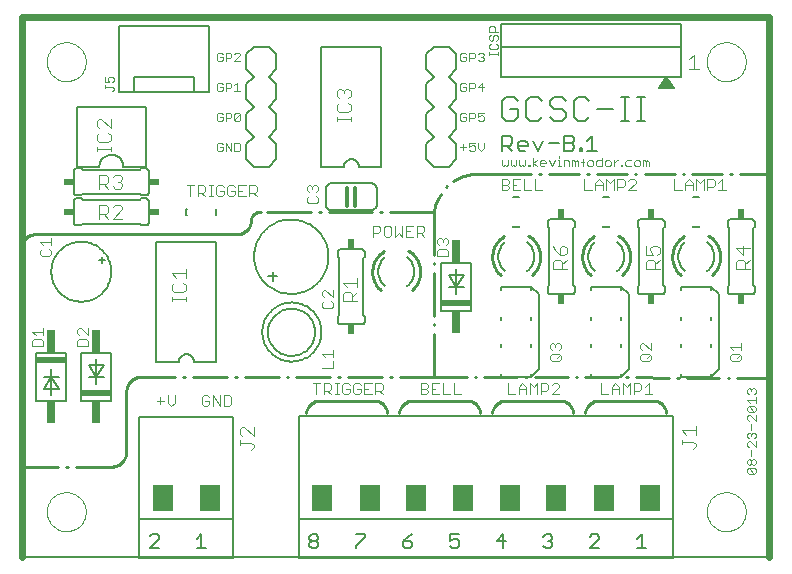
<source format=gto>
G75*
%MOIN*%
%OFA0B0*%
%FSLAX24Y24*%
%IPPOS*%
%LPD*%
%AMOC8*
5,1,8,0,0,1.08239X$1,22.5*
%
%ADD10C,0.0080*%
%ADD11C,0.0240*%
%ADD12C,0.0070*%
%ADD13C,0.0030*%
%ADD14C,0.0060*%
%ADD15C,0.0100*%
%ADD16C,0.0050*%
%ADD17C,0.0000*%
%ADD18C,0.0120*%
%ADD19R,0.0240X0.0340*%
%ADD20C,0.0040*%
%ADD21R,0.0340X0.0240*%
%ADD22R,0.1000X0.0200*%
%ADD23R,0.0300X0.0750*%
%ADD24R,0.0670X0.0900*%
D10*
X006373Y004935D02*
X031293Y004935D01*
X031293Y010895D01*
X031293Y017695D01*
X031293Y022935D01*
X006373Y022935D01*
X006373Y015435D01*
X006373Y007935D01*
X006373Y004935D01*
X031273Y004935D01*
X020583Y017935D02*
X020083Y017935D01*
X019833Y018185D01*
X019833Y018685D01*
X020083Y018935D01*
X019833Y019185D01*
X019833Y019685D01*
X020083Y019935D01*
X019833Y020185D01*
X019833Y020685D01*
X020083Y020935D01*
X019833Y021185D01*
X019833Y021685D01*
X020083Y021935D01*
X020583Y021935D01*
X020833Y021685D01*
X020833Y021185D01*
X020583Y020935D01*
X020833Y020685D01*
X020833Y020185D01*
X020583Y019935D01*
X020833Y019685D01*
X020833Y019185D01*
X020583Y018935D01*
X020833Y018685D01*
X020833Y018185D01*
X020583Y017935D01*
X014833Y018185D02*
X014833Y018685D01*
X014583Y018935D01*
X014833Y019185D01*
X014833Y019685D01*
X014583Y019935D01*
X014833Y020185D01*
X014833Y020685D01*
X014583Y020935D01*
X014833Y021185D01*
X014833Y021685D01*
X014583Y021935D01*
X014083Y021935D01*
X013833Y021685D01*
X013833Y021185D01*
X014083Y020935D01*
X013833Y020685D01*
X013833Y020185D01*
X014083Y019935D01*
X013833Y019685D01*
X013833Y019185D01*
X014083Y018935D01*
X013833Y018685D01*
X013833Y018185D01*
X014083Y017935D01*
X014583Y017935D01*
X014833Y018185D01*
D11*
X006373Y022931D02*
X006373Y004935D01*
X006373Y022931D02*
X031273Y022931D01*
X031273Y004935D01*
D12*
X027119Y019470D02*
X026855Y019470D01*
X026987Y019470D02*
X026987Y020261D01*
X026855Y020261D02*
X027119Y020261D01*
X026591Y020261D02*
X026327Y020261D01*
X026459Y020261D02*
X026459Y019470D01*
X026327Y019470D02*
X026591Y019470D01*
X026063Y019865D02*
X025535Y019865D01*
X025271Y019602D02*
X025139Y019470D01*
X024875Y019470D01*
X024744Y019602D01*
X024744Y020129D01*
X024875Y020261D01*
X025139Y020261D01*
X025271Y020129D01*
X024479Y020129D02*
X024347Y020261D01*
X024083Y020261D01*
X023952Y020129D01*
X023952Y019997D01*
X024083Y019865D01*
X024347Y019865D01*
X024479Y019734D01*
X024479Y019602D01*
X024347Y019470D01*
X024083Y019470D01*
X023952Y019602D01*
X023687Y019602D02*
X023555Y019470D01*
X023292Y019470D01*
X023160Y019602D01*
X023160Y020129D01*
X023292Y020261D01*
X023555Y020261D01*
X023687Y020129D01*
X022895Y020129D02*
X022763Y020261D01*
X022500Y020261D01*
X022368Y020129D01*
X022368Y019602D01*
X022500Y019470D01*
X022763Y019470D01*
X022895Y019602D01*
X022895Y019865D01*
X022631Y019865D01*
D13*
X021756Y019740D02*
X021562Y019740D01*
X021562Y019595D01*
X021659Y019643D01*
X021707Y019643D01*
X021756Y019595D01*
X021756Y019498D01*
X021707Y019450D01*
X021611Y019450D01*
X021562Y019498D01*
X021461Y019595D02*
X021413Y019547D01*
X021268Y019547D01*
X021268Y019450D02*
X021268Y019740D01*
X021413Y019740D01*
X021461Y019692D01*
X021461Y019595D01*
X021166Y019595D02*
X021166Y019498D01*
X021118Y019450D01*
X021021Y019450D01*
X020973Y019498D01*
X020973Y019692D01*
X021021Y019740D01*
X021118Y019740D01*
X021166Y019692D01*
X021166Y019595D02*
X021070Y019595D01*
X021118Y020450D02*
X021166Y020498D01*
X021166Y020595D01*
X021070Y020595D01*
X021166Y020692D02*
X021118Y020740D01*
X021021Y020740D01*
X020973Y020692D01*
X020973Y020498D01*
X021021Y020450D01*
X021118Y020450D01*
X021268Y020450D02*
X021268Y020740D01*
X021413Y020740D01*
X021461Y020692D01*
X021461Y020595D01*
X021413Y020547D01*
X021268Y020547D01*
X021562Y020595D02*
X021756Y020595D01*
X021707Y020450D02*
X021707Y020740D01*
X021562Y020595D01*
X021611Y021450D02*
X021562Y021498D01*
X021611Y021450D02*
X021707Y021450D01*
X021756Y021498D01*
X021756Y021547D01*
X021707Y021595D01*
X021659Y021595D01*
X021707Y021595D02*
X021756Y021643D01*
X021756Y021692D01*
X021707Y021740D01*
X021611Y021740D01*
X021562Y021692D01*
X021461Y021692D02*
X021461Y021595D01*
X021413Y021547D01*
X021268Y021547D01*
X021268Y021450D02*
X021268Y021740D01*
X021413Y021740D01*
X021461Y021692D01*
X021166Y021692D02*
X021118Y021740D01*
X021021Y021740D01*
X020973Y021692D01*
X020973Y021498D01*
X021021Y021450D01*
X021118Y021450D01*
X021166Y021498D01*
X021166Y021595D01*
X021070Y021595D01*
X021928Y021650D02*
X021928Y021747D01*
X021928Y021698D02*
X022218Y021698D01*
X022218Y021650D02*
X022218Y021747D01*
X022170Y021846D02*
X022218Y021895D01*
X022218Y021992D01*
X022170Y022040D01*
X022170Y022141D02*
X022218Y022189D01*
X022218Y022286D01*
X022170Y022335D01*
X022121Y022335D01*
X022073Y022286D01*
X022073Y022189D01*
X022024Y022141D01*
X021976Y022141D01*
X021928Y022189D01*
X021928Y022286D01*
X021976Y022335D01*
X021928Y022436D02*
X021928Y022581D01*
X021976Y022629D01*
X022073Y022629D01*
X022121Y022581D01*
X022121Y022436D01*
X022218Y022436D02*
X021928Y022436D01*
X021976Y022040D02*
X021928Y021992D01*
X021928Y021895D01*
X021976Y021846D01*
X022170Y021846D01*
X021756Y018740D02*
X021756Y018547D01*
X021659Y018450D01*
X021562Y018547D01*
X021562Y018740D01*
X021461Y018740D02*
X021268Y018740D01*
X021268Y018595D01*
X021364Y018643D01*
X021413Y018643D01*
X021461Y018595D01*
X021461Y018498D01*
X021413Y018450D01*
X021316Y018450D01*
X021268Y018498D01*
X021166Y018595D02*
X020973Y018595D01*
X021070Y018692D02*
X021070Y018498D01*
X022348Y018143D02*
X022348Y017998D01*
X022396Y017950D01*
X022445Y017998D01*
X022493Y017950D01*
X022541Y017998D01*
X022541Y018143D01*
X022643Y018143D02*
X022643Y017998D01*
X022691Y017950D01*
X022739Y017998D01*
X022788Y017950D01*
X022836Y017998D01*
X022836Y018143D01*
X022937Y018143D02*
X022937Y017998D01*
X022986Y017950D01*
X023034Y017998D01*
X023082Y017950D01*
X023131Y017998D01*
X023131Y018143D01*
X023232Y017998D02*
X023280Y017998D01*
X023280Y017950D01*
X023232Y017950D01*
X023232Y017998D01*
X023379Y017950D02*
X023379Y018240D01*
X023524Y018143D02*
X023379Y018047D01*
X023524Y017950D01*
X023625Y017998D02*
X023625Y018095D01*
X023673Y018143D01*
X023770Y018143D01*
X023818Y018095D01*
X023818Y018047D01*
X023625Y018047D01*
X023625Y017998D02*
X023673Y017950D01*
X023770Y017950D01*
X023919Y018143D02*
X024016Y017950D01*
X024113Y018143D01*
X024214Y018143D02*
X024262Y018143D01*
X024262Y017950D01*
X024214Y017950D02*
X024311Y017950D01*
X024411Y017950D02*
X024411Y018143D01*
X024556Y018143D01*
X024604Y018095D01*
X024604Y017950D01*
X024705Y017950D02*
X024705Y018143D01*
X024754Y018143D01*
X024802Y018095D01*
X024850Y018143D01*
X024899Y018095D01*
X024899Y017950D01*
X024802Y017950D02*
X024802Y018095D01*
X025000Y018095D02*
X025097Y018095D01*
X025196Y018095D02*
X025196Y017998D01*
X025245Y017950D01*
X025341Y017950D01*
X025390Y017998D01*
X025390Y018095D01*
X025341Y018143D01*
X025245Y018143D01*
X025196Y018095D01*
X025097Y018240D02*
X025048Y018192D01*
X025048Y017950D01*
X025098Y017520D02*
X025098Y017150D01*
X025345Y017150D01*
X025466Y017150D02*
X025466Y017397D01*
X025590Y017520D01*
X025713Y017397D01*
X025713Y017150D01*
X025835Y017150D02*
X025835Y017520D01*
X025958Y017397D01*
X026081Y017520D01*
X026081Y017150D01*
X026203Y017150D02*
X026203Y017520D01*
X026388Y017520D01*
X026450Y017459D01*
X026450Y017335D01*
X026388Y017273D01*
X026203Y017273D01*
X026571Y017150D02*
X026818Y017397D01*
X026818Y017459D01*
X026756Y017520D01*
X026633Y017520D01*
X026571Y017459D01*
X026571Y017150D02*
X026818Y017150D01*
X026816Y017950D02*
X026768Y017998D01*
X026768Y018095D01*
X026816Y018143D01*
X026913Y018143D01*
X026961Y018095D01*
X026961Y017998D01*
X026913Y017950D01*
X026816Y017950D01*
X026667Y017950D02*
X026521Y017950D01*
X026473Y017998D01*
X026473Y018095D01*
X026521Y018143D01*
X026667Y018143D01*
X026374Y017998D02*
X026374Y017950D01*
X026326Y017950D01*
X026326Y017998D01*
X026374Y017998D01*
X026225Y018143D02*
X026177Y018143D01*
X026080Y018047D01*
X026080Y018143D02*
X026080Y017950D01*
X025979Y017998D02*
X025931Y017950D01*
X025834Y017950D01*
X025786Y017998D01*
X025786Y018095D01*
X025834Y018143D01*
X025931Y018143D01*
X025979Y018095D01*
X025979Y017998D01*
X025684Y017950D02*
X025539Y017950D01*
X025491Y017998D01*
X025491Y018095D01*
X025539Y018143D01*
X025684Y018143D01*
X025684Y018240D02*
X025684Y017950D01*
X025713Y017335D02*
X025466Y017335D01*
X024262Y018240D02*
X024262Y018289D01*
X023453Y017520D02*
X023453Y017150D01*
X023700Y017150D01*
X023331Y017150D02*
X023085Y017150D01*
X023085Y017520D01*
X022963Y017520D02*
X022716Y017520D01*
X022716Y017150D01*
X022963Y017150D01*
X022840Y017335D02*
X022716Y017335D01*
X022595Y017273D02*
X022595Y017212D01*
X022533Y017150D01*
X022348Y017150D01*
X022348Y017520D01*
X022533Y017520D01*
X022595Y017459D01*
X022595Y017397D01*
X022533Y017335D01*
X022348Y017335D01*
X022533Y017335D02*
X022595Y017273D01*
X020568Y015503D02*
X020568Y015380D01*
X020506Y015318D01*
X020506Y015197D02*
X020259Y015197D01*
X020198Y015135D01*
X020198Y014950D01*
X020568Y014950D01*
X020568Y015135D01*
X020506Y015197D01*
X020383Y015442D02*
X020383Y015503D01*
X020445Y015565D01*
X020506Y015565D01*
X020568Y015503D01*
X020383Y015503D02*
X020321Y015565D01*
X020259Y015565D01*
X020198Y015503D01*
X020198Y015380D01*
X020259Y015318D01*
X019768Y015600D02*
X019645Y015723D01*
X019706Y015723D02*
X019521Y015723D01*
X019521Y015600D02*
X019521Y015970D01*
X019706Y015970D01*
X019768Y015909D01*
X019768Y015785D01*
X019706Y015723D01*
X019400Y015600D02*
X019153Y015600D01*
X019153Y015970D01*
X019400Y015970D01*
X019276Y015785D02*
X019153Y015785D01*
X019031Y015600D02*
X019031Y015970D01*
X018785Y015970D02*
X018785Y015600D01*
X018908Y015723D01*
X019031Y015600D01*
X018663Y015662D02*
X018663Y015909D01*
X018601Y015970D01*
X018478Y015970D01*
X018416Y015909D01*
X018416Y015662D01*
X018478Y015600D01*
X018601Y015600D01*
X018663Y015662D01*
X018295Y015785D02*
X018233Y015723D01*
X018048Y015723D01*
X018048Y015600D02*
X018048Y015970D01*
X018233Y015970D01*
X018295Y015909D01*
X018295Y015785D01*
X016218Y016775D02*
X016156Y016713D01*
X015909Y016713D01*
X015848Y016775D01*
X015848Y016899D01*
X015909Y016960D01*
X015909Y017082D02*
X015848Y017143D01*
X015848Y017267D01*
X015909Y017329D01*
X015971Y017329D01*
X016033Y017267D01*
X016095Y017329D01*
X016156Y017329D01*
X016218Y017267D01*
X016218Y017143D01*
X016156Y017082D01*
X016156Y016960D02*
X016218Y016899D01*
X016218Y016775D01*
X016033Y017205D02*
X016033Y017267D01*
X014182Y017259D02*
X014182Y017135D01*
X014120Y017073D01*
X013935Y017073D01*
X013935Y016950D02*
X013935Y017320D01*
X014120Y017320D01*
X014182Y017259D01*
X014058Y017073D02*
X014182Y016950D01*
X013814Y016950D02*
X013567Y016950D01*
X013567Y017320D01*
X013814Y017320D01*
X013690Y017135D02*
X013567Y017135D01*
X013445Y017135D02*
X013322Y017135D01*
X013445Y017135D02*
X013445Y017012D01*
X013384Y016950D01*
X013260Y016950D01*
X013198Y017012D01*
X013198Y017259D01*
X013260Y017320D01*
X013384Y017320D01*
X013445Y017259D01*
X013077Y017259D02*
X013015Y017320D01*
X012892Y017320D01*
X012830Y017259D01*
X012830Y017012D01*
X012892Y016950D01*
X013015Y016950D01*
X013077Y017012D01*
X013077Y017135D01*
X012954Y017135D01*
X012708Y016950D02*
X012585Y016950D01*
X012646Y016950D02*
X012646Y017320D01*
X012585Y017320D02*
X012708Y017320D01*
X012463Y017259D02*
X012463Y017135D01*
X012401Y017073D01*
X012216Y017073D01*
X012216Y016950D02*
X012216Y017320D01*
X012401Y017320D01*
X012463Y017259D01*
X012340Y017073D02*
X012463Y016950D01*
X012095Y017320D02*
X011848Y017320D01*
X011971Y017320D02*
X011971Y016950D01*
X012896Y018450D02*
X012993Y018450D01*
X013041Y018498D01*
X013041Y018595D01*
X012945Y018595D01*
X013041Y018692D02*
X012993Y018740D01*
X012896Y018740D01*
X012848Y018692D01*
X012848Y018498D01*
X012896Y018450D01*
X013143Y018450D02*
X013143Y018740D01*
X013336Y018450D01*
X013336Y018740D01*
X013437Y018740D02*
X013582Y018740D01*
X013631Y018692D01*
X013631Y018498D01*
X013582Y018450D01*
X013437Y018450D01*
X013437Y018740D01*
X013486Y019450D02*
X013437Y019498D01*
X013631Y019692D01*
X013631Y019498D01*
X013582Y019450D01*
X013486Y019450D01*
X013437Y019498D02*
X013437Y019692D01*
X013486Y019740D01*
X013582Y019740D01*
X013631Y019692D01*
X013336Y019692D02*
X013336Y019595D01*
X013288Y019547D01*
X013143Y019547D01*
X013143Y019450D02*
X013143Y019740D01*
X013288Y019740D01*
X013336Y019692D01*
X013041Y019692D02*
X012993Y019740D01*
X012896Y019740D01*
X012848Y019692D01*
X012848Y019498D01*
X012896Y019450D01*
X012993Y019450D01*
X013041Y019498D01*
X013041Y019595D01*
X012945Y019595D01*
X012896Y020450D02*
X012993Y020450D01*
X013041Y020498D01*
X013041Y020595D01*
X012945Y020595D01*
X013041Y020692D02*
X012993Y020740D01*
X012896Y020740D01*
X012848Y020692D01*
X012848Y020498D01*
X012896Y020450D01*
X013143Y020450D02*
X013143Y020740D01*
X013288Y020740D01*
X013336Y020692D01*
X013336Y020595D01*
X013288Y020547D01*
X013143Y020547D01*
X013437Y020643D02*
X013534Y020740D01*
X013534Y020450D01*
X013437Y020450D02*
X013631Y020450D01*
X013631Y021450D02*
X013437Y021450D01*
X013631Y021643D01*
X013631Y021692D01*
X013582Y021740D01*
X013486Y021740D01*
X013437Y021692D01*
X013336Y021692D02*
X013336Y021595D01*
X013288Y021547D01*
X013143Y021547D01*
X013143Y021450D02*
X013143Y021740D01*
X013288Y021740D01*
X013336Y021692D01*
X013041Y021692D02*
X012993Y021740D01*
X012896Y021740D01*
X012848Y021692D01*
X012848Y021498D01*
X012896Y021450D01*
X012993Y021450D01*
X013041Y021498D01*
X013041Y021595D01*
X012945Y021595D01*
X009418Y020890D02*
X009418Y020793D01*
X009370Y020745D01*
X009273Y020745D02*
X009224Y020841D01*
X009224Y020890D01*
X009273Y020938D01*
X009370Y020938D01*
X009418Y020890D01*
X009273Y020745D02*
X009128Y020745D01*
X009128Y020938D01*
X009128Y020643D02*
X009128Y020547D01*
X009128Y020595D02*
X009370Y020595D01*
X009418Y020547D01*
X009418Y020498D01*
X009370Y020450D01*
X007318Y015565D02*
X007318Y015318D01*
X007318Y015442D02*
X006948Y015442D01*
X007071Y015318D01*
X007009Y015197D02*
X006948Y015135D01*
X006948Y015012D01*
X007009Y014950D01*
X007256Y014950D01*
X007318Y015012D01*
X007318Y015135D01*
X007256Y015197D01*
X007068Y012565D02*
X007068Y012318D01*
X007068Y012442D02*
X006698Y012442D01*
X006821Y012318D01*
X006759Y012197D02*
X006698Y012135D01*
X006698Y011950D01*
X007068Y011950D01*
X007068Y012135D01*
X007006Y012197D01*
X006759Y012197D01*
X008198Y012135D02*
X008198Y011950D01*
X008568Y011950D01*
X008568Y012135D01*
X008506Y012197D01*
X008259Y012197D01*
X008198Y012135D01*
X008259Y012318D02*
X008198Y012380D01*
X008198Y012503D01*
X008259Y012565D01*
X008321Y012565D01*
X008568Y012318D01*
X008568Y012565D01*
X010971Y010259D02*
X010971Y010012D01*
X010848Y010135D02*
X011095Y010135D01*
X011216Y010073D02*
X011340Y009950D01*
X011463Y010073D01*
X011463Y010320D01*
X011216Y010320D02*
X011216Y010073D01*
X012348Y010012D02*
X012410Y009950D01*
X012533Y009950D01*
X012595Y010012D01*
X012595Y010135D01*
X012471Y010135D01*
X012348Y010012D02*
X012348Y010259D01*
X012410Y010320D01*
X012533Y010320D01*
X012595Y010259D01*
X012716Y010320D02*
X012716Y009950D01*
X012963Y009950D02*
X012716Y010320D01*
X012963Y010320D02*
X012963Y009950D01*
X013085Y009950D02*
X013270Y009950D01*
X013331Y010012D01*
X013331Y010259D01*
X013270Y010320D01*
X013085Y010320D01*
X013085Y009950D01*
X016048Y010720D02*
X016295Y010720D01*
X016416Y010720D02*
X016416Y010350D01*
X016416Y010473D02*
X016601Y010473D01*
X016663Y010535D01*
X016663Y010659D01*
X016601Y010720D01*
X016416Y010720D01*
X016171Y010720D02*
X016171Y010350D01*
X016540Y010473D02*
X016663Y010350D01*
X016785Y010350D02*
X016908Y010350D01*
X016846Y010350D02*
X016846Y010720D01*
X016785Y010720D02*
X016908Y010720D01*
X017030Y010659D02*
X017030Y010412D01*
X017092Y010350D01*
X017215Y010350D01*
X017277Y010412D01*
X017277Y010535D01*
X017154Y010535D01*
X017277Y010659D02*
X017215Y010720D01*
X017092Y010720D01*
X017030Y010659D01*
X017398Y010659D02*
X017398Y010412D01*
X017460Y010350D01*
X017584Y010350D01*
X017645Y010412D01*
X017645Y010535D01*
X017522Y010535D01*
X017645Y010659D02*
X017584Y010720D01*
X017460Y010720D01*
X017398Y010659D01*
X017767Y010720D02*
X017767Y010350D01*
X018014Y010350D01*
X018135Y010350D02*
X018135Y010720D01*
X018320Y010720D01*
X018382Y010659D01*
X018382Y010535D01*
X018320Y010473D01*
X018135Y010473D01*
X018258Y010473D02*
X018382Y010350D01*
X018014Y010720D02*
X017767Y010720D01*
X017767Y010535D02*
X017890Y010535D01*
X016718Y011213D02*
X016718Y011460D01*
X016718Y011582D02*
X016718Y011829D01*
X016718Y011705D02*
X016348Y011705D01*
X016471Y011582D01*
X016348Y011213D02*
X016718Y011213D01*
X016656Y013213D02*
X016718Y013275D01*
X016718Y013399D01*
X016656Y013460D01*
X016718Y013582D02*
X016471Y013829D01*
X016409Y013829D01*
X016348Y013767D01*
X016348Y013643D01*
X016409Y013582D01*
X016409Y013460D02*
X016348Y013399D01*
X016348Y013275D01*
X016409Y013213D01*
X016656Y013213D01*
X016718Y013582D02*
X016718Y013829D01*
X019648Y010720D02*
X019833Y010720D01*
X019895Y010659D01*
X019895Y010597D01*
X019833Y010535D01*
X019648Y010535D01*
X019648Y010350D02*
X019648Y010720D01*
X019833Y010535D02*
X019895Y010473D01*
X019895Y010412D01*
X019833Y010350D01*
X019648Y010350D01*
X020016Y010350D02*
X020016Y010720D01*
X020263Y010720D01*
X020385Y010720D02*
X020385Y010350D01*
X020631Y010350D01*
X020753Y010350D02*
X021000Y010350D01*
X020753Y010350D02*
X020753Y010720D01*
X020263Y010350D02*
X020016Y010350D01*
X020016Y010535D02*
X020140Y010535D01*
X022548Y010350D02*
X022795Y010350D01*
X022916Y010350D02*
X022916Y010597D01*
X023040Y010720D01*
X023163Y010597D01*
X023163Y010350D01*
X023285Y010350D02*
X023285Y010720D01*
X023408Y010597D01*
X023531Y010720D01*
X023531Y010350D01*
X023653Y010350D02*
X023653Y010720D01*
X023838Y010720D01*
X023900Y010659D01*
X023900Y010535D01*
X023838Y010473D01*
X023653Y010473D01*
X023163Y010535D02*
X022916Y010535D01*
X022548Y010720D02*
X022548Y010350D01*
X023948Y011512D02*
X023948Y011635D01*
X024009Y011697D01*
X024256Y011697D01*
X024318Y011635D01*
X024318Y011512D01*
X024256Y011450D01*
X024009Y011450D01*
X023948Y011512D01*
X024195Y011573D02*
X024318Y011697D01*
X024256Y011818D02*
X024318Y011880D01*
X024318Y012003D01*
X024256Y012065D01*
X024195Y012065D01*
X024133Y012003D01*
X024133Y011942D01*
X024133Y012003D02*
X024071Y012065D01*
X024009Y012065D01*
X023948Y012003D01*
X023948Y011880D01*
X024009Y011818D01*
X024083Y010720D02*
X024021Y010659D01*
X024083Y010720D02*
X024206Y010720D01*
X024268Y010659D01*
X024268Y010597D01*
X024021Y010350D01*
X024268Y010350D01*
X025648Y010350D02*
X025895Y010350D01*
X026016Y010350D02*
X026016Y010597D01*
X026140Y010720D01*
X026263Y010597D01*
X026263Y010350D01*
X026385Y010350D02*
X026385Y010720D01*
X026508Y010597D01*
X026631Y010720D01*
X026631Y010350D01*
X026753Y010350D02*
X026753Y010720D01*
X026938Y010720D01*
X027000Y010659D01*
X027000Y010535D01*
X026938Y010473D01*
X026753Y010473D01*
X027121Y010350D02*
X027368Y010350D01*
X027245Y010350D02*
X027245Y010720D01*
X027121Y010597D01*
X026263Y010535D02*
X026016Y010535D01*
X025648Y010720D02*
X025648Y010350D01*
X026948Y011512D02*
X026948Y011635D01*
X027009Y011697D01*
X027256Y011697D01*
X027318Y011635D01*
X027318Y011512D01*
X027256Y011450D01*
X027009Y011450D01*
X026948Y011512D01*
X027195Y011573D02*
X027318Y011697D01*
X027318Y011818D02*
X027071Y012065D01*
X027009Y012065D01*
X026948Y012003D01*
X026948Y011880D01*
X027009Y011818D01*
X027318Y011818D02*
X027318Y012065D01*
X029948Y011942D02*
X030318Y011942D01*
X030318Y012065D02*
X030318Y011818D01*
X030318Y011697D02*
X030195Y011573D01*
X030318Y011512D02*
X030256Y011450D01*
X030009Y011450D01*
X029948Y011512D01*
X029948Y011635D01*
X030009Y011697D01*
X030256Y011697D01*
X030318Y011635D01*
X030318Y011512D01*
X030071Y011818D02*
X029948Y011942D01*
X030576Y010545D02*
X030624Y010545D01*
X030673Y010497D01*
X030721Y010545D01*
X030770Y010545D01*
X030818Y010497D01*
X030818Y010400D01*
X030770Y010352D01*
X030818Y010251D02*
X030818Y010057D01*
X030818Y010154D02*
X030528Y010154D01*
X030624Y010057D01*
X030576Y009956D02*
X030770Y009956D01*
X030818Y009908D01*
X030818Y009811D01*
X030770Y009763D01*
X030576Y009956D01*
X030528Y009908D01*
X030528Y009811D01*
X030576Y009763D01*
X030770Y009763D01*
X030818Y009661D02*
X030818Y009468D01*
X030624Y009661D01*
X030576Y009661D01*
X030528Y009613D01*
X030528Y009516D01*
X030576Y009468D01*
X030673Y009367D02*
X030673Y009173D01*
X030721Y009072D02*
X030770Y009072D01*
X030818Y009024D01*
X030818Y008927D01*
X030770Y008879D01*
X030818Y008777D02*
X030818Y008584D01*
X030624Y008777D01*
X030576Y008777D01*
X030528Y008729D01*
X030528Y008632D01*
X030576Y008584D01*
X030673Y008483D02*
X030673Y008289D01*
X030721Y008188D02*
X030770Y008188D01*
X030818Y008140D01*
X030818Y008043D01*
X030770Y007995D01*
X030721Y007995D01*
X030673Y008043D01*
X030673Y008140D01*
X030721Y008188D01*
X030673Y008140D02*
X030624Y008188D01*
X030576Y008188D01*
X030528Y008140D01*
X030528Y008043D01*
X030576Y007995D01*
X030624Y007995D01*
X030673Y008043D01*
X030770Y007893D02*
X030818Y007845D01*
X030818Y007748D01*
X030770Y007700D01*
X030576Y007893D01*
X030770Y007893D01*
X030770Y007700D02*
X030576Y007700D01*
X030528Y007748D01*
X030528Y007845D01*
X030576Y007893D01*
X030576Y008879D02*
X030528Y008927D01*
X030528Y009024D01*
X030576Y009072D01*
X030624Y009072D01*
X030673Y009024D01*
X030721Y009072D01*
X030673Y009024D02*
X030673Y008975D01*
X030576Y010352D02*
X030528Y010400D01*
X030528Y010497D01*
X030576Y010545D01*
X030673Y010497D02*
X030673Y010449D01*
X029818Y017150D02*
X029571Y017150D01*
X029695Y017150D02*
X029695Y017520D01*
X029571Y017397D01*
X029450Y017459D02*
X029450Y017335D01*
X029388Y017273D01*
X029203Y017273D01*
X029203Y017150D02*
X029203Y017520D01*
X029388Y017520D01*
X029450Y017459D01*
X029081Y017520D02*
X029081Y017150D01*
X028835Y017150D02*
X028835Y017520D01*
X028958Y017397D01*
X029081Y017520D01*
X028713Y017397D02*
X028713Y017150D01*
X028713Y017335D02*
X028466Y017335D01*
X028466Y017397D02*
X028466Y017150D01*
X028345Y017150D02*
X028098Y017150D01*
X028098Y017520D01*
X028466Y017397D02*
X028590Y017520D01*
X028713Y017397D01*
X027256Y017950D02*
X027256Y018095D01*
X027207Y018143D01*
X027159Y018095D01*
X027159Y017950D01*
X027062Y017950D02*
X027062Y018143D01*
X027111Y018143D01*
X027159Y018095D01*
D14*
X025933Y016935D02*
X025933Y016910D01*
X025933Y016935D02*
X025733Y016935D01*
X025733Y016910D01*
X025733Y015960D02*
X025733Y015935D01*
X025933Y015935D01*
X025933Y015960D01*
X026883Y015935D02*
X026933Y015885D01*
X026933Y013985D01*
X026883Y013935D01*
X026883Y013785D01*
X026885Y013768D01*
X026889Y013751D01*
X026896Y013735D01*
X026906Y013721D01*
X026919Y013708D01*
X026933Y013698D01*
X026949Y013691D01*
X026966Y013687D01*
X026983Y013685D01*
X027683Y013685D01*
X027700Y013687D01*
X027717Y013691D01*
X027733Y013698D01*
X027747Y013708D01*
X027760Y013721D01*
X027770Y013735D01*
X027777Y013751D01*
X027781Y013768D01*
X027783Y013785D01*
X027783Y013935D01*
X027733Y013985D01*
X027733Y015885D01*
X027783Y015935D01*
X027783Y016085D01*
X027781Y016102D01*
X027777Y016119D01*
X027770Y016135D01*
X027760Y016149D01*
X027747Y016162D01*
X027733Y016172D01*
X027717Y016179D01*
X027700Y016183D01*
X027683Y016185D01*
X026983Y016185D01*
X026966Y016183D01*
X026949Y016179D01*
X026933Y016172D01*
X026919Y016162D01*
X026906Y016149D01*
X026896Y016135D01*
X026889Y016119D01*
X026885Y016102D01*
X026883Y016085D01*
X026883Y015935D01*
X026433Y014935D02*
X026431Y014888D01*
X026425Y014840D01*
X026416Y014794D01*
X026403Y014748D01*
X026387Y014704D01*
X026366Y014660D01*
X026343Y014619D01*
X026317Y014580D01*
X026287Y014543D01*
X026254Y014508D01*
X026219Y014476D01*
X026182Y014447D01*
X025233Y014935D02*
X025235Y014980D01*
X025240Y015026D01*
X025248Y015070D01*
X025260Y015114D01*
X025276Y015157D01*
X025294Y015199D01*
X025316Y015239D01*
X025340Y015277D01*
X025367Y015313D01*
X025397Y015348D01*
X025430Y015379D01*
X025465Y015409D01*
X025233Y014935D02*
X025235Y014890D01*
X025240Y014844D01*
X025248Y014800D01*
X025260Y014756D01*
X025276Y014713D01*
X025294Y014671D01*
X025316Y014631D01*
X025340Y014593D01*
X025367Y014557D01*
X025397Y014522D01*
X025430Y014491D01*
X025465Y014461D01*
X026433Y014935D02*
X026431Y014981D01*
X026426Y015027D01*
X026417Y015073D01*
X026405Y015118D01*
X026389Y015161D01*
X026370Y015203D01*
X026347Y015244D01*
X026322Y015283D01*
X026294Y015319D01*
X026263Y015354D01*
X026229Y015386D01*
X026193Y015415D01*
X024783Y015935D02*
X024733Y015885D01*
X024733Y013985D01*
X024783Y013935D01*
X024783Y013785D01*
X024781Y013768D01*
X024777Y013751D01*
X024770Y013735D01*
X024760Y013721D01*
X024747Y013708D01*
X024733Y013698D01*
X024717Y013691D01*
X024700Y013687D01*
X024683Y013685D01*
X023983Y013685D01*
X023966Y013687D01*
X023949Y013691D01*
X023933Y013698D01*
X023919Y013708D01*
X023906Y013721D01*
X023896Y013735D01*
X023889Y013751D01*
X023885Y013768D01*
X023883Y013785D01*
X023883Y013935D01*
X023933Y013985D01*
X023933Y015885D01*
X023883Y015935D01*
X023883Y016085D01*
X023885Y016102D01*
X023889Y016119D01*
X023896Y016135D01*
X023906Y016149D01*
X023919Y016162D01*
X023933Y016172D01*
X023949Y016179D01*
X023966Y016183D01*
X023983Y016185D01*
X024683Y016185D01*
X024700Y016183D01*
X024717Y016179D01*
X024733Y016172D01*
X024747Y016162D01*
X024760Y016149D01*
X024770Y016135D01*
X024777Y016119D01*
X024781Y016102D01*
X024783Y016085D01*
X024783Y015935D01*
X022933Y015935D02*
X022933Y015960D01*
X022933Y015935D02*
X022733Y015935D01*
X022733Y015960D01*
X022733Y016910D02*
X022733Y016935D01*
X022933Y016935D01*
X022933Y016910D01*
X022962Y018465D02*
X022879Y018548D01*
X022879Y018715D01*
X022962Y018799D01*
X023129Y018799D01*
X023212Y018715D01*
X023212Y018632D01*
X022879Y018632D01*
X022962Y018465D02*
X023129Y018465D01*
X023394Y018799D02*
X023561Y018465D01*
X023728Y018799D01*
X023910Y018715D02*
X024243Y018715D01*
X024425Y018715D02*
X024676Y018715D01*
X024759Y018632D01*
X024759Y018548D01*
X024676Y018465D01*
X024425Y018465D01*
X024425Y018965D01*
X024676Y018965D01*
X024759Y018882D01*
X024759Y018799D01*
X024676Y018715D01*
X024941Y018548D02*
X025025Y018548D01*
X025025Y018465D01*
X024941Y018465D01*
X024941Y018548D01*
X025199Y018465D02*
X025533Y018465D01*
X025366Y018465D02*
X025366Y018965D01*
X025199Y018799D01*
X022697Y018882D02*
X022697Y018715D01*
X022613Y018632D01*
X022363Y018632D01*
X022530Y018632D02*
X022697Y018465D01*
X022363Y018465D02*
X022363Y018965D01*
X022613Y018965D01*
X022697Y018882D01*
X023433Y014935D02*
X023431Y014888D01*
X023425Y014840D01*
X023416Y014794D01*
X023403Y014748D01*
X023387Y014704D01*
X023366Y014660D01*
X023343Y014619D01*
X023317Y014580D01*
X023287Y014543D01*
X023254Y014508D01*
X023219Y014476D01*
X023182Y014447D01*
X022233Y014935D02*
X022235Y014980D01*
X022240Y015026D01*
X022248Y015070D01*
X022260Y015114D01*
X022276Y015157D01*
X022294Y015199D01*
X022316Y015239D01*
X022340Y015277D01*
X022367Y015313D01*
X022397Y015348D01*
X022430Y015379D01*
X022465Y015409D01*
X022233Y014935D02*
X022235Y014890D01*
X022240Y014844D01*
X022248Y014800D01*
X022260Y014756D01*
X022276Y014713D01*
X022294Y014671D01*
X022316Y014631D01*
X022340Y014593D01*
X022367Y014557D01*
X022397Y014522D01*
X022430Y014491D01*
X022465Y014461D01*
X023433Y014935D02*
X023431Y014981D01*
X023426Y015027D01*
X023417Y015073D01*
X023405Y015118D01*
X023389Y015161D01*
X023370Y015203D01*
X023347Y015244D01*
X023322Y015283D01*
X023294Y015319D01*
X023263Y015354D01*
X023229Y015386D01*
X023193Y015415D01*
X021333Y014735D02*
X020333Y014735D01*
X020333Y013135D01*
X021333Y013135D01*
X021333Y014735D01*
X021083Y014335D02*
X020833Y013935D01*
X021083Y013935D01*
X020833Y013935D02*
X020583Y013935D01*
X020833Y013935D02*
X020583Y014335D01*
X021083Y014335D01*
X020833Y014535D02*
X020833Y013935D01*
X020833Y013685D01*
X018465Y014909D02*
X018430Y014879D01*
X018397Y014848D01*
X018367Y014813D01*
X018340Y014777D01*
X018316Y014739D01*
X018294Y014699D01*
X018276Y014657D01*
X018260Y014614D01*
X018248Y014570D01*
X018240Y014526D01*
X018235Y014480D01*
X018233Y014435D01*
X019193Y014915D02*
X019229Y014886D01*
X019263Y014854D01*
X019294Y014819D01*
X019322Y014783D01*
X019347Y014744D01*
X019370Y014703D01*
X019389Y014661D01*
X019405Y014618D01*
X019417Y014573D01*
X019426Y014527D01*
X019431Y014481D01*
X019433Y014435D01*
X018465Y013961D02*
X018430Y013991D01*
X018397Y014022D01*
X018367Y014057D01*
X018340Y014093D01*
X018316Y014131D01*
X018294Y014171D01*
X018276Y014213D01*
X018260Y014256D01*
X018248Y014300D01*
X018240Y014344D01*
X018235Y014390D01*
X018233Y014435D01*
X019182Y013947D02*
X019219Y013976D01*
X019254Y014008D01*
X019287Y014043D01*
X019317Y014080D01*
X019343Y014119D01*
X019366Y014160D01*
X019387Y014204D01*
X019403Y014248D01*
X019416Y014294D01*
X019425Y014340D01*
X019431Y014388D01*
X019433Y014435D01*
X017783Y014935D02*
X017783Y015085D01*
X017781Y015102D01*
X017777Y015119D01*
X017770Y015135D01*
X017760Y015149D01*
X017747Y015162D01*
X017733Y015172D01*
X017717Y015179D01*
X017700Y015183D01*
X017683Y015185D01*
X016983Y015185D01*
X016966Y015183D01*
X016949Y015179D01*
X016933Y015172D01*
X016919Y015162D01*
X016906Y015149D01*
X016896Y015135D01*
X016889Y015119D01*
X016885Y015102D01*
X016883Y015085D01*
X016883Y014935D01*
X016933Y014885D01*
X016933Y012985D01*
X016883Y012935D01*
X016883Y012785D01*
X016885Y012768D01*
X016889Y012751D01*
X016896Y012735D01*
X016906Y012721D01*
X016919Y012708D01*
X016933Y012698D01*
X016949Y012691D01*
X016966Y012687D01*
X016983Y012685D01*
X017683Y012685D01*
X017700Y012687D01*
X017717Y012691D01*
X017733Y012698D01*
X017747Y012708D01*
X017760Y012721D01*
X017770Y012735D01*
X017777Y012751D01*
X017781Y012768D01*
X017783Y012785D01*
X017783Y012935D01*
X017733Y012985D01*
X017733Y014885D01*
X017783Y014935D01*
X017983Y016485D02*
X016683Y016485D01*
X016657Y016487D01*
X016631Y016492D01*
X016606Y016500D01*
X016583Y016512D01*
X016561Y016526D01*
X016542Y016544D01*
X016524Y016563D01*
X016510Y016585D01*
X016498Y016608D01*
X016490Y016633D01*
X016485Y016659D01*
X016483Y016685D01*
X016483Y017185D01*
X016485Y017211D01*
X016490Y017237D01*
X016498Y017262D01*
X016510Y017285D01*
X016524Y017307D01*
X016542Y017326D01*
X016561Y017344D01*
X016583Y017358D01*
X016606Y017370D01*
X016631Y017378D01*
X016657Y017383D01*
X016683Y017385D01*
X017983Y017385D01*
X018009Y017383D01*
X018035Y017378D01*
X018060Y017370D01*
X018083Y017358D01*
X018105Y017344D01*
X018124Y017326D01*
X018142Y017307D01*
X018156Y017285D01*
X018168Y017262D01*
X018176Y017237D01*
X018181Y017211D01*
X018183Y017185D01*
X018183Y016685D01*
X018181Y016659D01*
X018176Y016633D01*
X018168Y016608D01*
X018156Y016585D01*
X018142Y016563D01*
X018124Y016544D01*
X018105Y016526D01*
X018083Y016512D01*
X018060Y016500D01*
X018035Y016492D01*
X018009Y016487D01*
X017983Y016485D01*
X018333Y017935D02*
X017583Y017935D01*
X017581Y017965D01*
X017576Y017995D01*
X017567Y018024D01*
X017554Y018051D01*
X017539Y018077D01*
X017520Y018101D01*
X017499Y018122D01*
X017475Y018141D01*
X017449Y018156D01*
X017422Y018169D01*
X017393Y018178D01*
X017363Y018183D01*
X017333Y018185D01*
X017303Y018183D01*
X017273Y018178D01*
X017244Y018169D01*
X017217Y018156D01*
X017191Y018141D01*
X017167Y018122D01*
X017146Y018101D01*
X017127Y018077D01*
X017112Y018051D01*
X017099Y018024D01*
X017090Y017995D01*
X017085Y017965D01*
X017083Y017935D01*
X016333Y017935D01*
X016333Y021935D01*
X018333Y021935D01*
X018333Y017935D01*
X014093Y014935D02*
X014095Y015005D01*
X014101Y015075D01*
X014111Y015145D01*
X014125Y015213D01*
X014142Y015281D01*
X014164Y015348D01*
X014189Y015414D01*
X014218Y015478D01*
X014250Y015540D01*
X014286Y015600D01*
X014326Y015658D01*
X014368Y015714D01*
X014414Y015767D01*
X014462Y015818D01*
X014514Y015866D01*
X014568Y015911D01*
X014624Y015952D01*
X014683Y015991D01*
X014744Y016026D01*
X014806Y016058D01*
X014871Y016086D01*
X014936Y016110D01*
X015004Y016130D01*
X015072Y016147D01*
X015141Y016160D01*
X015210Y016169D01*
X015280Y016174D01*
X015351Y016175D01*
X015421Y016172D01*
X015491Y016165D01*
X015560Y016154D01*
X015628Y016139D01*
X015696Y016121D01*
X015763Y016098D01*
X015828Y016072D01*
X015891Y016042D01*
X015953Y016009D01*
X016013Y015972D01*
X016070Y015932D01*
X016126Y015889D01*
X016178Y015842D01*
X016228Y015793D01*
X016275Y015741D01*
X016319Y015686D01*
X016360Y015629D01*
X016398Y015570D01*
X016432Y015509D01*
X016463Y015446D01*
X016490Y015381D01*
X016513Y015315D01*
X016533Y015247D01*
X016549Y015179D01*
X016561Y015110D01*
X016569Y015040D01*
X016573Y014970D01*
X016573Y014900D01*
X016569Y014830D01*
X016561Y014760D01*
X016549Y014691D01*
X016533Y014623D01*
X016513Y014555D01*
X016490Y014489D01*
X016463Y014424D01*
X016432Y014361D01*
X016398Y014300D01*
X016360Y014241D01*
X016319Y014184D01*
X016275Y014129D01*
X016228Y014077D01*
X016178Y014028D01*
X016126Y013981D01*
X016070Y013938D01*
X016013Y013898D01*
X015953Y013861D01*
X015891Y013828D01*
X015828Y013798D01*
X015763Y013772D01*
X015696Y013749D01*
X015628Y013731D01*
X015560Y013716D01*
X015491Y013705D01*
X015421Y013698D01*
X015351Y013695D01*
X015280Y013696D01*
X015210Y013701D01*
X015141Y013710D01*
X015072Y013723D01*
X015004Y013740D01*
X014936Y013760D01*
X014871Y013784D01*
X014806Y013812D01*
X014744Y013844D01*
X014683Y013879D01*
X014624Y013918D01*
X014568Y013959D01*
X014514Y014004D01*
X014462Y014052D01*
X014414Y014103D01*
X014368Y014156D01*
X014326Y014212D01*
X014286Y014270D01*
X014250Y014330D01*
X014218Y014392D01*
X014189Y014456D01*
X014164Y014522D01*
X014142Y014589D01*
X014125Y014657D01*
X014111Y014725D01*
X014101Y014795D01*
X014095Y014865D01*
X014093Y014935D01*
X014715Y014435D02*
X014715Y014285D01*
X014565Y014285D01*
X014715Y014285D02*
X014865Y014285D01*
X014715Y014285D02*
X014715Y014135D01*
X012833Y015435D02*
X010833Y015435D01*
X010833Y011435D01*
X011583Y011435D01*
X011585Y011465D01*
X011590Y011495D01*
X011599Y011524D01*
X011612Y011551D01*
X011627Y011577D01*
X011646Y011601D01*
X011667Y011622D01*
X011691Y011641D01*
X011717Y011656D01*
X011744Y011669D01*
X011773Y011678D01*
X011803Y011683D01*
X011833Y011685D01*
X011863Y011683D01*
X011893Y011678D01*
X011922Y011669D01*
X011949Y011656D01*
X011975Y011641D01*
X011999Y011622D01*
X012020Y011601D01*
X012039Y011577D01*
X012054Y011551D01*
X012067Y011524D01*
X012076Y011495D01*
X012081Y011465D01*
X012083Y011435D01*
X012833Y011435D01*
X012833Y015435D01*
X012833Y016335D02*
X012808Y016335D01*
X012833Y016335D02*
X012833Y016535D01*
X012808Y016535D01*
X011858Y016535D02*
X011833Y016535D01*
X011833Y016335D01*
X011858Y016335D01*
X010583Y016085D02*
X010583Y016785D01*
X010581Y016802D01*
X010577Y016819D01*
X010570Y016835D01*
X010560Y016849D01*
X010547Y016862D01*
X010533Y016872D01*
X010517Y016879D01*
X010500Y016883D01*
X010483Y016885D01*
X010333Y016885D01*
X010283Y016835D01*
X008383Y016835D01*
X008333Y016885D01*
X008183Y016885D01*
X008166Y016883D01*
X008149Y016879D01*
X008133Y016872D01*
X008119Y016862D01*
X008106Y016849D01*
X008096Y016835D01*
X008089Y016819D01*
X008085Y016802D01*
X008083Y016785D01*
X008083Y016085D01*
X008085Y016068D01*
X008089Y016051D01*
X008096Y016035D01*
X008106Y016021D01*
X008119Y016008D01*
X008133Y015998D01*
X008149Y015991D01*
X008166Y015987D01*
X008183Y015985D01*
X008333Y015985D01*
X008383Y016035D01*
X010283Y016035D01*
X010333Y015985D01*
X010483Y015985D01*
X010500Y015987D01*
X010517Y015991D01*
X010533Y015998D01*
X010547Y016008D01*
X010560Y016021D01*
X010570Y016035D01*
X010577Y016051D01*
X010581Y016068D01*
X010583Y016085D01*
X010483Y016985D02*
X010333Y016985D01*
X010283Y017035D01*
X008383Y017035D01*
X008333Y016985D01*
X008183Y016985D01*
X008166Y016987D01*
X008149Y016991D01*
X008133Y016998D01*
X008119Y017008D01*
X008106Y017021D01*
X008096Y017035D01*
X008089Y017051D01*
X008085Y017068D01*
X008083Y017085D01*
X008083Y017785D01*
X008085Y017802D01*
X008089Y017819D01*
X008096Y017835D01*
X008106Y017849D01*
X008119Y017862D01*
X008133Y017872D01*
X008149Y017879D01*
X008166Y017883D01*
X008183Y017885D01*
X008333Y017885D01*
X008383Y017835D01*
X010283Y017835D01*
X010333Y017885D01*
X010483Y017885D01*
X010483Y017935D02*
X009733Y017935D01*
X009731Y017974D01*
X009725Y018013D01*
X009716Y018051D01*
X009703Y018088D01*
X009686Y018124D01*
X009666Y018157D01*
X009642Y018189D01*
X009616Y018218D01*
X009587Y018244D01*
X009555Y018268D01*
X009522Y018288D01*
X009486Y018305D01*
X009449Y018318D01*
X009411Y018327D01*
X009372Y018333D01*
X009333Y018335D01*
X009294Y018333D01*
X009255Y018327D01*
X009217Y018318D01*
X009180Y018305D01*
X009144Y018288D01*
X009111Y018268D01*
X009079Y018244D01*
X009050Y018218D01*
X009024Y018189D01*
X009000Y018157D01*
X008980Y018124D01*
X008963Y018088D01*
X008950Y018051D01*
X008941Y018013D01*
X008935Y017974D01*
X008933Y017935D01*
X008183Y017935D01*
X008183Y019935D01*
X010483Y019935D01*
X010483Y017935D01*
X010483Y017885D02*
X010500Y017883D01*
X010517Y017879D01*
X010533Y017872D01*
X010547Y017862D01*
X010560Y017849D01*
X010570Y017835D01*
X010577Y017819D01*
X010581Y017802D01*
X010583Y017785D01*
X010583Y017085D01*
X010581Y017068D01*
X010577Y017051D01*
X010570Y017035D01*
X010560Y017021D01*
X010547Y017008D01*
X010533Y016998D01*
X010517Y016991D01*
X010500Y016987D01*
X010483Y016985D01*
X009033Y014935D02*
X009033Y014735D01*
X008933Y014835D02*
X009133Y014835D01*
X007333Y014435D02*
X007335Y014498D01*
X007341Y014560D01*
X007351Y014622D01*
X007364Y014684D01*
X007382Y014744D01*
X007403Y014803D01*
X007428Y014861D01*
X007457Y014917D01*
X007489Y014971D01*
X007524Y015023D01*
X007562Y015072D01*
X007604Y015120D01*
X007648Y015164D01*
X007696Y015206D01*
X007745Y015244D01*
X007797Y015279D01*
X007851Y015311D01*
X007907Y015340D01*
X007965Y015365D01*
X008024Y015386D01*
X008084Y015404D01*
X008146Y015417D01*
X008208Y015427D01*
X008270Y015433D01*
X008333Y015435D01*
X008396Y015433D01*
X008458Y015427D01*
X008520Y015417D01*
X008582Y015404D01*
X008642Y015386D01*
X008701Y015365D01*
X008759Y015340D01*
X008815Y015311D01*
X008869Y015279D01*
X008921Y015244D01*
X008970Y015206D01*
X009018Y015164D01*
X009062Y015120D01*
X009104Y015072D01*
X009142Y015023D01*
X009177Y014971D01*
X009209Y014917D01*
X009238Y014861D01*
X009263Y014803D01*
X009284Y014744D01*
X009302Y014684D01*
X009315Y014622D01*
X009325Y014560D01*
X009331Y014498D01*
X009333Y014435D01*
X009331Y014372D01*
X009325Y014310D01*
X009315Y014248D01*
X009302Y014186D01*
X009284Y014126D01*
X009263Y014067D01*
X009238Y014009D01*
X009209Y013953D01*
X009177Y013899D01*
X009142Y013847D01*
X009104Y013798D01*
X009062Y013750D01*
X009018Y013706D01*
X008970Y013664D01*
X008921Y013626D01*
X008869Y013591D01*
X008815Y013559D01*
X008759Y013530D01*
X008701Y013505D01*
X008642Y013484D01*
X008582Y013466D01*
X008520Y013453D01*
X008458Y013443D01*
X008396Y013437D01*
X008333Y013435D01*
X008270Y013437D01*
X008208Y013443D01*
X008146Y013453D01*
X008084Y013466D01*
X008024Y013484D01*
X007965Y013505D01*
X007907Y013530D01*
X007851Y013559D01*
X007797Y013591D01*
X007745Y013626D01*
X007696Y013664D01*
X007648Y013706D01*
X007604Y013750D01*
X007562Y013798D01*
X007524Y013847D01*
X007489Y013899D01*
X007457Y013953D01*
X007428Y014009D01*
X007403Y014067D01*
X007382Y014126D01*
X007364Y014186D01*
X007351Y014248D01*
X007341Y014310D01*
X007335Y014372D01*
X007333Y014435D01*
X007833Y011735D02*
X006833Y011735D01*
X006833Y010135D01*
X007833Y010135D01*
X007833Y011735D01*
X007333Y011185D02*
X007333Y010935D01*
X007083Y010935D01*
X007333Y010935D02*
X007083Y010535D01*
X007583Y010535D01*
X007333Y010935D01*
X007583Y010935D01*
X007333Y010935D02*
X007333Y010335D01*
X008333Y010135D02*
X009333Y010135D01*
X009333Y011735D01*
X008333Y011735D01*
X008333Y010135D01*
X008833Y010685D02*
X008833Y010935D01*
X009083Y010935D01*
X008833Y010935D02*
X008583Y011335D01*
X009083Y011335D01*
X008833Y010935D01*
X008583Y010935D01*
X008833Y010935D02*
X008833Y011535D01*
X029193Y015415D02*
X029229Y015386D01*
X029263Y015354D01*
X029294Y015319D01*
X029322Y015283D01*
X029347Y015244D01*
X029370Y015203D01*
X029389Y015161D01*
X029405Y015118D01*
X029417Y015073D01*
X029426Y015027D01*
X029431Y014981D01*
X029433Y014935D01*
X028465Y015409D02*
X028430Y015379D01*
X028397Y015348D01*
X028367Y015313D01*
X028340Y015277D01*
X028316Y015239D01*
X028294Y015199D01*
X028276Y015157D01*
X028260Y015114D01*
X028248Y015070D01*
X028240Y015026D01*
X028235Y014980D01*
X028233Y014935D01*
X029182Y014447D02*
X029219Y014476D01*
X029254Y014508D01*
X029287Y014543D01*
X029317Y014580D01*
X029343Y014619D01*
X029366Y014660D01*
X029387Y014704D01*
X029403Y014748D01*
X029416Y014794D01*
X029425Y014840D01*
X029431Y014888D01*
X029433Y014935D01*
X028465Y014461D02*
X028430Y014491D01*
X028397Y014522D01*
X028367Y014557D01*
X028340Y014593D01*
X028316Y014631D01*
X028294Y014671D01*
X028276Y014713D01*
X028260Y014756D01*
X028248Y014800D01*
X028240Y014844D01*
X028235Y014890D01*
X028233Y014935D01*
X028733Y015935D02*
X028733Y015960D01*
X028733Y015935D02*
X028933Y015935D01*
X028933Y015960D01*
X028933Y016910D02*
X028933Y016935D01*
X028733Y016935D01*
X028733Y016910D01*
X029883Y016085D02*
X029883Y015935D01*
X029933Y015885D01*
X029933Y013985D01*
X029883Y013935D01*
X029883Y013785D01*
X029885Y013768D01*
X029889Y013751D01*
X029896Y013735D01*
X029906Y013721D01*
X029919Y013708D01*
X029933Y013698D01*
X029949Y013691D01*
X029966Y013687D01*
X029983Y013685D01*
X030683Y013685D01*
X030700Y013687D01*
X030717Y013691D01*
X030733Y013698D01*
X030747Y013708D01*
X030760Y013721D01*
X030770Y013735D01*
X030777Y013751D01*
X030781Y013768D01*
X030783Y013785D01*
X030783Y013935D01*
X030733Y013985D01*
X030733Y015885D01*
X030783Y015935D01*
X030783Y016085D01*
X030781Y016102D01*
X030777Y016119D01*
X030770Y016135D01*
X030760Y016149D01*
X030747Y016162D01*
X030733Y016172D01*
X030717Y016179D01*
X030700Y016183D01*
X030683Y016185D01*
X029983Y016185D01*
X029966Y016183D01*
X029949Y016179D01*
X029933Y016172D01*
X029919Y016162D01*
X029906Y016149D01*
X029896Y016135D01*
X029889Y016119D01*
X029885Y016102D01*
X029883Y016085D01*
D15*
X028436Y015630D02*
X028388Y015600D01*
X028343Y015567D01*
X028300Y015531D01*
X028259Y015493D01*
X028222Y015451D01*
X028187Y015407D01*
X028156Y015361D01*
X028127Y015312D01*
X028103Y015262D01*
X028082Y015210D01*
X028064Y015156D01*
X028051Y015102D01*
X028041Y015047D01*
X028035Y014991D01*
X028033Y014935D01*
X029209Y015641D02*
X029256Y015614D01*
X029301Y015584D01*
X029344Y015551D01*
X029384Y015515D01*
X029422Y015476D01*
X029457Y015435D01*
X029490Y015392D01*
X029519Y015347D01*
X029545Y015299D01*
X029568Y015250D01*
X029588Y015200D01*
X029604Y015149D01*
X029617Y015096D01*
X029626Y015043D01*
X029631Y014989D01*
X029633Y014935D01*
X028316Y014324D02*
X028277Y014360D01*
X028239Y014399D01*
X028205Y014439D01*
X028173Y014482D01*
X028145Y014527D01*
X028119Y014574D01*
X028096Y014623D01*
X028077Y014673D01*
X028061Y014724D01*
X028049Y014776D01*
X028040Y014828D01*
X028035Y014882D01*
X028033Y014935D01*
X029345Y014320D02*
X029385Y014356D01*
X029423Y014395D01*
X029458Y014436D01*
X029490Y014479D01*
X029520Y014524D01*
X029546Y014571D01*
X029568Y014620D01*
X029588Y014671D01*
X029604Y014722D01*
X029617Y014774D01*
X029626Y014828D01*
X029631Y014881D01*
X029633Y014935D01*
X029701Y017693D02*
X028700Y017692D01*
X028429Y017692D02*
X028380Y017692D01*
X028109Y017691D02*
X027108Y017690D01*
X026837Y017690D02*
X026788Y017690D01*
X026518Y017690D02*
X025516Y017689D01*
X025246Y017688D02*
X025197Y017688D01*
X024926Y017688D02*
X023925Y017687D01*
X023654Y017686D02*
X023605Y017686D01*
X023334Y017686D02*
X022333Y017685D01*
X021833Y017685D01*
X021333Y017685D01*
X020083Y016435D02*
X018627Y016435D01*
X018356Y016435D02*
X018307Y016435D01*
X018036Y016435D02*
X016580Y016435D01*
X016309Y016435D02*
X016260Y016435D01*
X015989Y016435D02*
X014533Y016435D01*
X014333Y016435D02*
X014299Y016436D01*
X014265Y016433D01*
X014231Y016427D01*
X014199Y016417D01*
X014167Y016404D01*
X014137Y016388D01*
X014109Y016368D01*
X014083Y016346D01*
X014060Y016321D01*
X014039Y016294D01*
X014021Y016265D01*
X014007Y016234D01*
X013995Y016202D01*
X013987Y016169D01*
X013983Y016135D01*
X013981Y016093D01*
X013975Y016052D01*
X013966Y016012D01*
X013953Y015972D01*
X013936Y015934D01*
X013916Y015898D01*
X013892Y015864D01*
X013866Y015832D01*
X013836Y015802D01*
X013804Y015776D01*
X013770Y015752D01*
X013734Y015732D01*
X013696Y015715D01*
X013656Y015702D01*
X013616Y015693D01*
X013575Y015687D01*
X013533Y015685D01*
X006833Y015685D01*
X006833Y015686D02*
X006790Y015685D01*
X006748Y015681D01*
X006707Y015674D01*
X006666Y015663D01*
X006626Y015649D01*
X006588Y015632D01*
X006550Y015612D01*
X006515Y015589D01*
X006482Y015563D01*
X006451Y015535D01*
X006422Y015504D01*
X006396Y015471D01*
X006372Y015436D01*
X010333Y010935D02*
X011466Y010935D01*
X011737Y010935D02*
X011786Y010935D01*
X012056Y010935D02*
X013189Y010935D01*
X013460Y010935D02*
X013509Y010935D01*
X013780Y010935D02*
X014913Y010935D01*
X015183Y010935D02*
X015232Y010935D01*
X015503Y010935D02*
X016636Y010935D01*
X016907Y010935D02*
X016956Y010935D01*
X017227Y010935D02*
X018360Y010935D01*
X018630Y010935D02*
X018679Y010935D01*
X018950Y010935D02*
X020083Y010935D01*
X021178Y010931D01*
X021449Y010930D02*
X021498Y010930D01*
X021769Y010929D02*
X022864Y010925D01*
X023135Y010924D02*
X023184Y010924D01*
X023455Y010923D02*
X024550Y010919D01*
X024821Y010918D02*
X024870Y010918D01*
X025140Y010917D02*
X026236Y010913D01*
X026506Y010912D02*
X026555Y010912D01*
X026826Y010911D02*
X027921Y010907D01*
X028192Y010906D02*
X028241Y010906D01*
X028512Y010905D02*
X029607Y010901D01*
X029878Y010900D02*
X029927Y010900D01*
X030198Y010899D02*
X031293Y010895D01*
X027333Y010135D02*
X025633Y010135D01*
X025591Y010138D01*
X025549Y010137D01*
X025508Y010132D01*
X025467Y010123D01*
X025427Y010110D01*
X025389Y010094D01*
X025352Y010074D01*
X025317Y010051D01*
X025284Y010025D01*
X025254Y009996D01*
X025227Y009965D01*
X025202Y009930D01*
X025181Y009894D01*
X025164Y009856D01*
X025150Y009817D01*
X025139Y009776D01*
X025133Y009735D01*
X024733Y009735D02*
X024727Y009776D01*
X024716Y009817D01*
X024702Y009856D01*
X024685Y009894D01*
X024664Y009930D01*
X024639Y009965D01*
X024612Y009996D01*
X024582Y010025D01*
X024549Y010051D01*
X024514Y010074D01*
X024477Y010094D01*
X024439Y010110D01*
X024399Y010123D01*
X024358Y010132D01*
X024317Y010137D01*
X024275Y010138D01*
X024233Y010135D01*
X022533Y010135D01*
X022491Y010138D01*
X022449Y010137D01*
X022408Y010132D01*
X022367Y010123D01*
X022327Y010110D01*
X022289Y010094D01*
X022252Y010074D01*
X022217Y010051D01*
X022184Y010025D01*
X022154Y009996D01*
X022127Y009965D01*
X022102Y009930D01*
X022081Y009894D01*
X022064Y009856D01*
X022050Y009817D01*
X022039Y009776D01*
X022033Y009735D01*
X021633Y009735D02*
X021627Y009776D01*
X021616Y009817D01*
X021602Y009856D01*
X021585Y009894D01*
X021564Y009930D01*
X021539Y009965D01*
X021512Y009996D01*
X021482Y010025D01*
X021449Y010051D01*
X021414Y010074D01*
X021377Y010094D01*
X021339Y010110D01*
X021299Y010123D01*
X021258Y010132D01*
X021217Y010137D01*
X021175Y010138D01*
X021133Y010135D01*
X019433Y010135D01*
X019391Y010138D01*
X019349Y010137D01*
X019308Y010132D01*
X019267Y010123D01*
X019227Y010110D01*
X019189Y010094D01*
X019152Y010074D01*
X019117Y010051D01*
X019084Y010025D01*
X019054Y009996D01*
X019027Y009965D01*
X019002Y009930D01*
X018981Y009894D01*
X018964Y009856D01*
X018950Y009817D01*
X018939Y009776D01*
X018933Y009735D01*
X018533Y009735D02*
X018527Y009776D01*
X018516Y009817D01*
X018502Y009856D01*
X018485Y009894D01*
X018464Y009930D01*
X018439Y009965D01*
X018412Y009996D01*
X018382Y010025D01*
X018349Y010051D01*
X018314Y010074D01*
X018277Y010094D01*
X018239Y010110D01*
X018199Y010123D01*
X018158Y010132D01*
X018117Y010137D01*
X018075Y010138D01*
X018033Y010135D01*
X016333Y010135D01*
X016291Y010138D01*
X016249Y010137D01*
X016208Y010132D01*
X016167Y010123D01*
X016127Y010110D01*
X016089Y010094D01*
X016052Y010074D01*
X016017Y010051D01*
X015984Y010025D01*
X015954Y009996D01*
X015927Y009965D01*
X015902Y009930D01*
X015881Y009894D01*
X015864Y009856D01*
X015850Y009817D01*
X015839Y009776D01*
X015833Y009735D01*
X020083Y010935D02*
X020083Y012375D01*
X020083Y012645D02*
X020083Y012694D01*
X020083Y012965D02*
X020083Y014405D01*
X020083Y014676D02*
X020083Y014725D01*
X020083Y014995D02*
X020083Y016435D01*
X021333Y017685D02*
X021404Y017695D01*
X021475Y017702D01*
X021547Y017706D01*
X021619Y017706D01*
X021691Y017702D01*
X021762Y017695D01*
X021833Y017685D01*
X021333Y017685D02*
X021262Y017672D01*
X021192Y017655D01*
X021123Y017635D01*
X021055Y017611D01*
X020988Y017585D01*
X020923Y017555D01*
X020858Y017522D01*
X020796Y017487D01*
X020735Y017448D01*
X020320Y017033D02*
X020281Y016972D01*
X020246Y016910D01*
X020213Y016845D01*
X020183Y016780D01*
X020157Y016713D01*
X020133Y016645D01*
X020113Y016576D01*
X020096Y016506D01*
X020083Y016435D01*
X020490Y017243D02*
X020525Y017278D01*
X022436Y015630D02*
X022388Y015600D01*
X022343Y015567D01*
X022300Y015531D01*
X022259Y015493D01*
X022222Y015451D01*
X022187Y015407D01*
X022156Y015361D01*
X022127Y015312D01*
X022103Y015262D01*
X022082Y015210D01*
X022064Y015156D01*
X022051Y015102D01*
X022041Y015047D01*
X022035Y014991D01*
X022033Y014935D01*
X023209Y015641D02*
X023256Y015614D01*
X023301Y015584D01*
X023344Y015551D01*
X023384Y015515D01*
X023422Y015476D01*
X023457Y015435D01*
X023490Y015392D01*
X023519Y015347D01*
X023545Y015299D01*
X023568Y015250D01*
X023588Y015200D01*
X023604Y015149D01*
X023617Y015096D01*
X023626Y015043D01*
X023631Y014989D01*
X023633Y014935D01*
X022316Y014324D02*
X022277Y014360D01*
X022239Y014399D01*
X022205Y014439D01*
X022173Y014482D01*
X022145Y014527D01*
X022119Y014574D01*
X022096Y014623D01*
X022077Y014673D01*
X022061Y014724D01*
X022049Y014776D01*
X022040Y014828D01*
X022035Y014882D01*
X022033Y014935D01*
X023345Y014320D02*
X023385Y014356D01*
X023423Y014395D01*
X023458Y014436D01*
X023490Y014479D01*
X023520Y014524D01*
X023546Y014571D01*
X023568Y014620D01*
X023588Y014671D01*
X023604Y014722D01*
X023617Y014774D01*
X023626Y014828D01*
X023631Y014881D01*
X023633Y014935D01*
X026209Y015641D02*
X026256Y015614D01*
X026301Y015584D01*
X026344Y015551D01*
X026384Y015515D01*
X026422Y015476D01*
X026457Y015435D01*
X026490Y015392D01*
X026519Y015347D01*
X026545Y015299D01*
X026568Y015250D01*
X026588Y015200D01*
X026604Y015149D01*
X026617Y015096D01*
X026626Y015043D01*
X026631Y014989D01*
X026633Y014935D01*
X025436Y015630D02*
X025388Y015600D01*
X025343Y015567D01*
X025300Y015531D01*
X025259Y015493D01*
X025222Y015451D01*
X025187Y015407D01*
X025156Y015361D01*
X025127Y015312D01*
X025103Y015262D01*
X025082Y015210D01*
X025064Y015156D01*
X025051Y015102D01*
X025041Y015047D01*
X025035Y014991D01*
X025033Y014935D01*
X025035Y014882D01*
X025040Y014828D01*
X025049Y014776D01*
X025061Y014724D01*
X025077Y014673D01*
X025096Y014623D01*
X025119Y014574D01*
X025145Y014527D01*
X025173Y014482D01*
X025205Y014439D01*
X025239Y014399D01*
X025277Y014360D01*
X025316Y014324D01*
X026345Y014320D02*
X026385Y014356D01*
X026423Y014395D01*
X026458Y014436D01*
X026490Y014479D01*
X026520Y014524D01*
X026546Y014571D01*
X026568Y014620D01*
X026588Y014671D01*
X026604Y014722D01*
X026617Y014774D01*
X026626Y014828D01*
X026631Y014881D01*
X026633Y014935D01*
X029972Y017694D02*
X030021Y017694D01*
X030292Y017694D02*
X031293Y017695D01*
X027333Y010135D02*
X027375Y010138D01*
X027417Y010137D01*
X027458Y010132D01*
X027499Y010123D01*
X027539Y010110D01*
X027577Y010094D01*
X027614Y010074D01*
X027649Y010051D01*
X027682Y010025D01*
X027712Y009996D01*
X027739Y009965D01*
X027764Y009930D01*
X027785Y009894D01*
X027802Y009856D01*
X027816Y009817D01*
X027827Y009776D01*
X027833Y009735D01*
X019633Y014435D02*
X019631Y014489D01*
X019626Y014543D01*
X019617Y014596D01*
X019604Y014649D01*
X019588Y014700D01*
X019568Y014750D01*
X019545Y014799D01*
X019519Y014847D01*
X019490Y014892D01*
X019457Y014935D01*
X019422Y014976D01*
X019384Y015015D01*
X019344Y015051D01*
X019301Y015084D01*
X019256Y015114D01*
X019209Y015141D01*
X018436Y015130D02*
X018388Y015100D01*
X018343Y015067D01*
X018300Y015031D01*
X018259Y014993D01*
X018222Y014951D01*
X018187Y014907D01*
X018156Y014861D01*
X018127Y014812D01*
X018103Y014762D01*
X018082Y014710D01*
X018064Y014656D01*
X018051Y014602D01*
X018041Y014547D01*
X018035Y014491D01*
X018033Y014435D01*
X018035Y014382D01*
X018040Y014328D01*
X018049Y014276D01*
X018061Y014224D01*
X018077Y014173D01*
X018096Y014123D01*
X018119Y014074D01*
X018145Y014027D01*
X018173Y013982D01*
X018205Y013939D01*
X018239Y013899D01*
X018277Y013860D01*
X018316Y013824D01*
X019345Y013820D02*
X019385Y013856D01*
X019423Y013895D01*
X019458Y013936D01*
X019490Y013979D01*
X019520Y014024D01*
X019546Y014071D01*
X019568Y014120D01*
X019588Y014171D01*
X019604Y014222D01*
X019617Y014274D01*
X019626Y014328D01*
X019631Y014381D01*
X019633Y014435D01*
X010333Y010935D02*
X010289Y010933D01*
X010246Y010927D01*
X010204Y010918D01*
X010162Y010905D01*
X010122Y010888D01*
X010083Y010868D01*
X010046Y010845D01*
X010012Y010818D01*
X009979Y010789D01*
X009950Y010756D01*
X009923Y010722D01*
X009900Y010685D01*
X009880Y010646D01*
X009863Y010606D01*
X009850Y010564D01*
X009841Y010522D01*
X009835Y010479D01*
X009833Y010435D01*
X009833Y009935D01*
X009833Y008435D01*
X009831Y008391D01*
X009825Y008348D01*
X009816Y008306D01*
X009803Y008264D01*
X009786Y008224D01*
X009766Y008185D01*
X009743Y008148D01*
X009716Y008114D01*
X009687Y008081D01*
X009654Y008052D01*
X009620Y008025D01*
X009583Y008002D01*
X009544Y007982D01*
X009504Y007965D01*
X009462Y007952D01*
X009420Y007943D01*
X009377Y007937D01*
X009333Y007935D01*
X008148Y007935D01*
X007877Y007935D02*
X007828Y007935D01*
X007558Y007935D02*
X006373Y007935D01*
D16*
X010273Y009595D02*
X010273Y006195D01*
X010273Y006105D01*
X010273Y004895D01*
X013393Y004895D01*
X013393Y006105D01*
X013393Y006195D01*
X013393Y009595D01*
X010273Y009595D01*
X010273Y006195D02*
X010273Y006105D01*
X010273Y006195D02*
X013393Y006195D01*
X013393Y006105D01*
X012328Y005690D02*
X012328Y005240D01*
X012178Y005240D02*
X012478Y005240D01*
X012178Y005540D02*
X012328Y005690D01*
X010918Y005615D02*
X010918Y005540D01*
X010618Y005240D01*
X010918Y005240D01*
X010918Y005615D02*
X010843Y005690D01*
X010693Y005690D01*
X010618Y005615D01*
X015593Y006095D02*
X015593Y004885D01*
X028073Y004885D01*
X028073Y006095D01*
X028073Y009610D01*
X015593Y009610D01*
X015593Y006095D01*
X015593Y006185D01*
X028073Y006185D01*
X028073Y006095D01*
X027008Y005680D02*
X027008Y005230D01*
X026858Y005230D02*
X027158Y005230D01*
X026858Y005530D02*
X027008Y005680D01*
X025598Y005605D02*
X025598Y005530D01*
X025298Y005230D01*
X025598Y005230D01*
X025598Y005605D02*
X025523Y005680D01*
X025373Y005680D01*
X025298Y005605D01*
X024038Y005605D02*
X024038Y005530D01*
X023963Y005455D01*
X024038Y005380D01*
X024038Y005305D01*
X023963Y005230D01*
X023813Y005230D01*
X023738Y005305D01*
X023888Y005455D02*
X023963Y005455D01*
X024038Y005605D02*
X023963Y005680D01*
X023813Y005680D01*
X023738Y005605D01*
X022478Y005455D02*
X022178Y005455D01*
X022403Y005680D01*
X022403Y005230D01*
X020918Y005305D02*
X020843Y005230D01*
X020693Y005230D01*
X020618Y005305D01*
X020618Y005455D02*
X020768Y005530D01*
X020843Y005530D01*
X020918Y005455D01*
X020918Y005305D01*
X020618Y005455D02*
X020618Y005680D01*
X020918Y005680D01*
X019358Y005680D02*
X019208Y005605D01*
X019058Y005455D01*
X019283Y005455D01*
X019358Y005380D01*
X019358Y005305D01*
X019283Y005230D01*
X019133Y005230D01*
X019058Y005305D01*
X019058Y005455D01*
X017798Y005605D02*
X017498Y005305D01*
X017498Y005230D01*
X017498Y005680D02*
X017798Y005680D01*
X017798Y005605D01*
X016238Y005605D02*
X016238Y005530D01*
X016163Y005455D01*
X016013Y005455D01*
X015938Y005530D01*
X015938Y005605D01*
X016013Y005680D01*
X016163Y005680D01*
X016238Y005605D01*
X016163Y005455D02*
X016238Y005380D01*
X016238Y005305D01*
X016163Y005230D01*
X016013Y005230D01*
X015938Y005305D01*
X015938Y005380D01*
X016013Y005455D01*
X022333Y010935D02*
X022333Y011035D01*
X022333Y010935D02*
X023333Y010935D01*
X023583Y011185D01*
X023583Y013685D01*
X023333Y013935D01*
X023333Y013835D01*
X023333Y013935D02*
X022333Y013935D01*
X022333Y013835D01*
X022333Y012935D02*
X022333Y012835D01*
X022333Y012035D02*
X022333Y011935D01*
X023333Y011935D02*
X023333Y012035D01*
X023333Y012835D02*
X023333Y012935D01*
X023333Y011035D02*
X023333Y010935D01*
X025333Y010935D02*
X025333Y011035D01*
X025333Y010935D02*
X026333Y010935D01*
X026583Y011185D01*
X026583Y013685D01*
X026333Y013935D01*
X026333Y013835D01*
X026333Y013935D02*
X025333Y013935D01*
X025333Y013835D01*
X025333Y012935D02*
X025333Y012835D01*
X025333Y012035D02*
X025333Y011935D01*
X026333Y011935D02*
X026333Y012035D01*
X026333Y012835D02*
X026333Y012935D01*
X026333Y011035D02*
X026333Y010935D01*
X028333Y010935D02*
X028333Y011035D01*
X028333Y010935D02*
X029333Y010935D01*
X029583Y011185D01*
X029583Y013685D01*
X029333Y013935D01*
X029333Y013835D01*
X029333Y013935D02*
X028333Y013935D01*
X028333Y013835D01*
X028333Y012935D02*
X028333Y012835D01*
X028333Y012035D02*
X028333Y011935D01*
X029333Y011935D02*
X029333Y012035D01*
X029333Y012835D02*
X029333Y012935D01*
X029333Y011035D02*
X029333Y010935D01*
X028083Y020560D02*
X027583Y020560D01*
X027833Y020935D01*
X028083Y020560D01*
X028056Y020601D02*
X027610Y020601D01*
X027642Y020649D02*
X028024Y020649D01*
X027991Y020698D02*
X027675Y020698D01*
X027707Y020746D02*
X027959Y020746D01*
X027927Y020795D02*
X027739Y020795D01*
X027772Y020843D02*
X027894Y020843D01*
X027862Y020892D02*
X027804Y020892D01*
X027833Y020935D02*
X028333Y020935D01*
X028333Y021935D01*
X022333Y021935D01*
X022333Y020935D01*
X027833Y020935D01*
X028333Y021935D02*
X028333Y022685D01*
X027833Y022685D01*
X022833Y022685D01*
X022333Y022685D01*
X022333Y021935D01*
X014369Y012425D02*
X014371Y012487D01*
X014377Y012550D01*
X014387Y012611D01*
X014401Y012672D01*
X014418Y012732D01*
X014439Y012791D01*
X014465Y012848D01*
X014493Y012903D01*
X014525Y012957D01*
X014561Y013008D01*
X014599Y013058D01*
X014641Y013104D01*
X014685Y013148D01*
X014733Y013189D01*
X014782Y013227D01*
X014834Y013261D01*
X014888Y013292D01*
X014944Y013320D01*
X015002Y013344D01*
X015061Y013365D01*
X015121Y013381D01*
X015182Y013394D01*
X015244Y013403D01*
X015306Y013408D01*
X015369Y013409D01*
X015431Y013406D01*
X015493Y013399D01*
X015555Y013388D01*
X015615Y013373D01*
X015675Y013355D01*
X015733Y013333D01*
X015790Y013307D01*
X015845Y013277D01*
X015898Y013244D01*
X015949Y013208D01*
X015997Y013169D01*
X016043Y013126D01*
X016086Y013081D01*
X016126Y013033D01*
X016163Y012983D01*
X016197Y012930D01*
X016228Y012876D01*
X016254Y012820D01*
X016278Y012762D01*
X016297Y012702D01*
X016313Y012642D01*
X016325Y012580D01*
X016333Y012519D01*
X016337Y012456D01*
X016337Y012394D01*
X016333Y012331D01*
X016325Y012270D01*
X016313Y012208D01*
X016297Y012148D01*
X016278Y012088D01*
X016254Y012030D01*
X016228Y011974D01*
X016197Y011920D01*
X016163Y011867D01*
X016126Y011817D01*
X016086Y011769D01*
X016043Y011724D01*
X015997Y011681D01*
X015949Y011642D01*
X015898Y011606D01*
X015845Y011573D01*
X015790Y011543D01*
X015733Y011517D01*
X015675Y011495D01*
X015615Y011477D01*
X015555Y011462D01*
X015493Y011451D01*
X015431Y011444D01*
X015369Y011441D01*
X015306Y011442D01*
X015244Y011447D01*
X015182Y011456D01*
X015121Y011469D01*
X015061Y011485D01*
X015002Y011506D01*
X014944Y011530D01*
X014888Y011558D01*
X014834Y011589D01*
X014782Y011623D01*
X014733Y011661D01*
X014685Y011702D01*
X014641Y011746D01*
X014599Y011792D01*
X014561Y011842D01*
X014525Y011893D01*
X014493Y011947D01*
X014465Y012002D01*
X014439Y012059D01*
X014418Y012118D01*
X014401Y012178D01*
X014387Y012239D01*
X014377Y012300D01*
X014371Y012363D01*
X014369Y012425D01*
X014556Y012415D02*
X014558Y012471D01*
X014564Y012526D01*
X014574Y012580D01*
X014587Y012634D01*
X014605Y012687D01*
X014626Y012738D01*
X014650Y012788D01*
X014678Y012836D01*
X014710Y012882D01*
X014744Y012926D01*
X014782Y012967D01*
X014822Y013005D01*
X014865Y013040D01*
X014910Y013072D01*
X014958Y013101D01*
X015007Y013127D01*
X015058Y013149D01*
X015110Y013167D01*
X015164Y013181D01*
X015219Y013192D01*
X015274Y013199D01*
X015329Y013202D01*
X015385Y013201D01*
X015440Y013196D01*
X015495Y013187D01*
X015549Y013175D01*
X015602Y013158D01*
X015654Y013138D01*
X015704Y013114D01*
X015752Y013087D01*
X015799Y013057D01*
X015843Y013023D01*
X015885Y012986D01*
X015923Y012946D01*
X015960Y012904D01*
X015993Y012859D01*
X016022Y012813D01*
X016049Y012764D01*
X016071Y012713D01*
X016091Y012661D01*
X016106Y012607D01*
X016118Y012553D01*
X016126Y012498D01*
X016130Y012443D01*
X016130Y012387D01*
X016126Y012332D01*
X016118Y012277D01*
X016106Y012223D01*
X016091Y012169D01*
X016071Y012117D01*
X016049Y012066D01*
X016022Y012017D01*
X015993Y011971D01*
X015960Y011926D01*
X015923Y011884D01*
X015885Y011844D01*
X015843Y011807D01*
X015799Y011773D01*
X015752Y011743D01*
X015704Y011716D01*
X015654Y011692D01*
X015602Y011672D01*
X015549Y011655D01*
X015495Y011643D01*
X015440Y011634D01*
X015385Y011629D01*
X015329Y011628D01*
X015274Y011631D01*
X015219Y011638D01*
X015164Y011649D01*
X015110Y011663D01*
X015058Y011681D01*
X015007Y011703D01*
X014958Y011729D01*
X014910Y011758D01*
X014865Y011790D01*
X014822Y011825D01*
X014782Y011863D01*
X014744Y011904D01*
X014710Y011948D01*
X014678Y011994D01*
X014650Y012042D01*
X014626Y012092D01*
X014605Y012143D01*
X014587Y012196D01*
X014574Y012250D01*
X014564Y012304D01*
X014558Y012359D01*
X014556Y012415D01*
X012583Y020435D02*
X012083Y020435D01*
X012083Y020935D01*
X010083Y020935D01*
X010083Y020435D01*
X009583Y020435D01*
X009583Y022635D01*
X012583Y022635D01*
X012583Y020435D01*
X012083Y020435D02*
X010083Y020435D01*
D17*
X007183Y021435D02*
X007185Y021485D01*
X007191Y021535D01*
X007201Y021585D01*
X007214Y021633D01*
X007231Y021681D01*
X007252Y021727D01*
X007276Y021771D01*
X007304Y021813D01*
X007335Y021853D01*
X007369Y021890D01*
X007406Y021925D01*
X007445Y021956D01*
X007486Y021985D01*
X007530Y022010D01*
X007576Y022032D01*
X007623Y022050D01*
X007671Y022064D01*
X007720Y022075D01*
X007770Y022082D01*
X007820Y022085D01*
X007871Y022084D01*
X007921Y022079D01*
X007971Y022070D01*
X008019Y022058D01*
X008067Y022041D01*
X008113Y022021D01*
X008158Y021998D01*
X008201Y021971D01*
X008241Y021941D01*
X008279Y021908D01*
X008314Y021872D01*
X008347Y021833D01*
X008376Y021792D01*
X008402Y021749D01*
X008425Y021704D01*
X008444Y021657D01*
X008459Y021609D01*
X008471Y021560D01*
X008479Y021510D01*
X008483Y021460D01*
X008483Y021410D01*
X008479Y021360D01*
X008471Y021310D01*
X008459Y021261D01*
X008444Y021213D01*
X008425Y021166D01*
X008402Y021121D01*
X008376Y021078D01*
X008347Y021037D01*
X008314Y020998D01*
X008279Y020962D01*
X008241Y020929D01*
X008201Y020899D01*
X008158Y020872D01*
X008113Y020849D01*
X008067Y020829D01*
X008019Y020812D01*
X007971Y020800D01*
X007921Y020791D01*
X007871Y020786D01*
X007820Y020785D01*
X007770Y020788D01*
X007720Y020795D01*
X007671Y020806D01*
X007623Y020820D01*
X007576Y020838D01*
X007530Y020860D01*
X007486Y020885D01*
X007445Y020914D01*
X007406Y020945D01*
X007369Y020980D01*
X007335Y021017D01*
X007304Y021057D01*
X007276Y021099D01*
X007252Y021143D01*
X007231Y021189D01*
X007214Y021237D01*
X007201Y021285D01*
X007191Y021335D01*
X007185Y021385D01*
X007183Y021435D01*
X007183Y006435D02*
X007185Y006485D01*
X007191Y006535D01*
X007201Y006585D01*
X007214Y006633D01*
X007231Y006681D01*
X007252Y006727D01*
X007276Y006771D01*
X007304Y006813D01*
X007335Y006853D01*
X007369Y006890D01*
X007406Y006925D01*
X007445Y006956D01*
X007486Y006985D01*
X007530Y007010D01*
X007576Y007032D01*
X007623Y007050D01*
X007671Y007064D01*
X007720Y007075D01*
X007770Y007082D01*
X007820Y007085D01*
X007871Y007084D01*
X007921Y007079D01*
X007971Y007070D01*
X008019Y007058D01*
X008067Y007041D01*
X008113Y007021D01*
X008158Y006998D01*
X008201Y006971D01*
X008241Y006941D01*
X008279Y006908D01*
X008314Y006872D01*
X008347Y006833D01*
X008376Y006792D01*
X008402Y006749D01*
X008425Y006704D01*
X008444Y006657D01*
X008459Y006609D01*
X008471Y006560D01*
X008479Y006510D01*
X008483Y006460D01*
X008483Y006410D01*
X008479Y006360D01*
X008471Y006310D01*
X008459Y006261D01*
X008444Y006213D01*
X008425Y006166D01*
X008402Y006121D01*
X008376Y006078D01*
X008347Y006037D01*
X008314Y005998D01*
X008279Y005962D01*
X008241Y005929D01*
X008201Y005899D01*
X008158Y005872D01*
X008113Y005849D01*
X008067Y005829D01*
X008019Y005812D01*
X007971Y005800D01*
X007921Y005791D01*
X007871Y005786D01*
X007820Y005785D01*
X007770Y005788D01*
X007720Y005795D01*
X007671Y005806D01*
X007623Y005820D01*
X007576Y005838D01*
X007530Y005860D01*
X007486Y005885D01*
X007445Y005914D01*
X007406Y005945D01*
X007369Y005980D01*
X007335Y006017D01*
X007304Y006057D01*
X007276Y006099D01*
X007252Y006143D01*
X007231Y006189D01*
X007214Y006237D01*
X007201Y006285D01*
X007191Y006335D01*
X007185Y006385D01*
X007183Y006435D01*
X029183Y006435D02*
X029185Y006485D01*
X029191Y006535D01*
X029201Y006585D01*
X029214Y006633D01*
X029231Y006681D01*
X029252Y006727D01*
X029276Y006771D01*
X029304Y006813D01*
X029335Y006853D01*
X029369Y006890D01*
X029406Y006925D01*
X029445Y006956D01*
X029486Y006985D01*
X029530Y007010D01*
X029576Y007032D01*
X029623Y007050D01*
X029671Y007064D01*
X029720Y007075D01*
X029770Y007082D01*
X029820Y007085D01*
X029871Y007084D01*
X029921Y007079D01*
X029971Y007070D01*
X030019Y007058D01*
X030067Y007041D01*
X030113Y007021D01*
X030158Y006998D01*
X030201Y006971D01*
X030241Y006941D01*
X030279Y006908D01*
X030314Y006872D01*
X030347Y006833D01*
X030376Y006792D01*
X030402Y006749D01*
X030425Y006704D01*
X030444Y006657D01*
X030459Y006609D01*
X030471Y006560D01*
X030479Y006510D01*
X030483Y006460D01*
X030483Y006410D01*
X030479Y006360D01*
X030471Y006310D01*
X030459Y006261D01*
X030444Y006213D01*
X030425Y006166D01*
X030402Y006121D01*
X030376Y006078D01*
X030347Y006037D01*
X030314Y005998D01*
X030279Y005962D01*
X030241Y005929D01*
X030201Y005899D01*
X030158Y005872D01*
X030113Y005849D01*
X030067Y005829D01*
X030019Y005812D01*
X029971Y005800D01*
X029921Y005791D01*
X029871Y005786D01*
X029820Y005785D01*
X029770Y005788D01*
X029720Y005795D01*
X029671Y005806D01*
X029623Y005820D01*
X029576Y005838D01*
X029530Y005860D01*
X029486Y005885D01*
X029445Y005914D01*
X029406Y005945D01*
X029369Y005980D01*
X029335Y006017D01*
X029304Y006057D01*
X029276Y006099D01*
X029252Y006143D01*
X029231Y006189D01*
X029214Y006237D01*
X029201Y006285D01*
X029191Y006335D01*
X029185Y006385D01*
X029183Y006435D01*
X029183Y021435D02*
X029185Y021485D01*
X029191Y021535D01*
X029201Y021585D01*
X029214Y021633D01*
X029231Y021681D01*
X029252Y021727D01*
X029276Y021771D01*
X029304Y021813D01*
X029335Y021853D01*
X029369Y021890D01*
X029406Y021925D01*
X029445Y021956D01*
X029486Y021985D01*
X029530Y022010D01*
X029576Y022032D01*
X029623Y022050D01*
X029671Y022064D01*
X029720Y022075D01*
X029770Y022082D01*
X029820Y022085D01*
X029871Y022084D01*
X029921Y022079D01*
X029971Y022070D01*
X030019Y022058D01*
X030067Y022041D01*
X030113Y022021D01*
X030158Y021998D01*
X030201Y021971D01*
X030241Y021941D01*
X030279Y021908D01*
X030314Y021872D01*
X030347Y021833D01*
X030376Y021792D01*
X030402Y021749D01*
X030425Y021704D01*
X030444Y021657D01*
X030459Y021609D01*
X030471Y021560D01*
X030479Y021510D01*
X030483Y021460D01*
X030483Y021410D01*
X030479Y021360D01*
X030471Y021310D01*
X030459Y021261D01*
X030444Y021213D01*
X030425Y021166D01*
X030402Y021121D01*
X030376Y021078D01*
X030347Y021037D01*
X030314Y020998D01*
X030279Y020962D01*
X030241Y020929D01*
X030201Y020899D01*
X030158Y020872D01*
X030113Y020849D01*
X030067Y020829D01*
X030019Y020812D01*
X029971Y020800D01*
X029921Y020791D01*
X029871Y020786D01*
X029820Y020785D01*
X029770Y020788D01*
X029720Y020795D01*
X029671Y020806D01*
X029623Y020820D01*
X029576Y020838D01*
X029530Y020860D01*
X029486Y020885D01*
X029445Y020914D01*
X029406Y020945D01*
X029369Y020980D01*
X029335Y021017D01*
X029304Y021057D01*
X029276Y021099D01*
X029252Y021143D01*
X029231Y021189D01*
X029214Y021237D01*
X029201Y021285D01*
X029191Y021335D01*
X029185Y021385D01*
X029183Y021435D01*
D18*
X017453Y017235D02*
X017453Y016635D01*
X017203Y016635D02*
X017203Y017235D01*
D19*
X017333Y015355D03*
X017333Y012515D03*
X024333Y013515D03*
X024333Y016355D03*
X027333Y016355D03*
X027333Y013515D03*
X030333Y013515D03*
X030333Y016355D03*
D20*
X030383Y015302D02*
X030383Y014995D01*
X030153Y015225D01*
X030613Y015225D01*
X030613Y014841D02*
X030459Y014688D01*
X030459Y014764D02*
X030459Y014534D01*
X030613Y014534D02*
X030153Y014534D01*
X030153Y014764D01*
X030229Y014841D01*
X030383Y014841D01*
X030459Y014764D01*
X027613Y014841D02*
X027459Y014688D01*
X027459Y014764D02*
X027459Y014534D01*
X027613Y014534D02*
X027153Y014534D01*
X027153Y014764D01*
X027229Y014841D01*
X027383Y014841D01*
X027459Y014764D01*
X027383Y014995D02*
X027306Y015148D01*
X027306Y015225D01*
X027383Y015302D01*
X027536Y015302D01*
X027613Y015225D01*
X027613Y015071D01*
X027536Y014995D01*
X027383Y014995D02*
X027153Y014995D01*
X027153Y015302D01*
X024513Y015225D02*
X024513Y015071D01*
X024436Y014995D01*
X024283Y014995D01*
X024283Y015225D01*
X024359Y015302D01*
X024436Y015302D01*
X024513Y015225D01*
X024283Y014995D02*
X024129Y015148D01*
X024053Y015302D01*
X024129Y014841D02*
X024283Y014841D01*
X024359Y014764D01*
X024359Y014534D01*
X024359Y014688D02*
X024513Y014841D01*
X024513Y014534D02*
X024053Y014534D01*
X024053Y014764D01*
X024129Y014841D01*
X028813Y009302D02*
X028813Y008995D01*
X028813Y009148D02*
X028353Y009148D01*
X028506Y008995D01*
X028353Y008841D02*
X028353Y008688D01*
X028353Y008764D02*
X028736Y008764D01*
X028813Y008688D01*
X028813Y008611D01*
X028736Y008534D01*
X017513Y013455D02*
X017053Y013455D01*
X017053Y013685D01*
X017129Y013762D01*
X017283Y013762D01*
X017359Y013685D01*
X017359Y013455D01*
X017359Y013608D02*
X017513Y013762D01*
X017513Y013915D02*
X017513Y014222D01*
X017513Y014069D02*
X017053Y014069D01*
X017206Y013915D01*
X014077Y009272D02*
X014077Y008965D01*
X013770Y009272D01*
X013693Y009272D01*
X013616Y009195D01*
X013616Y009041D01*
X013693Y008965D01*
X013616Y008811D02*
X013616Y008658D01*
X013616Y008734D02*
X014000Y008734D01*
X014077Y008658D01*
X014077Y008581D01*
X014000Y008504D01*
X011813Y013455D02*
X011813Y013608D01*
X011813Y013532D02*
X011353Y013532D01*
X011353Y013608D02*
X011353Y013455D01*
X011429Y013762D02*
X011353Y013839D01*
X011353Y013992D01*
X011429Y014069D01*
X011506Y014222D02*
X011353Y014376D01*
X011813Y014376D01*
X011813Y014529D02*
X011813Y014222D01*
X011736Y014069D02*
X011813Y013992D01*
X011813Y013839D01*
X011736Y013762D01*
X011429Y013762D01*
X009699Y016205D02*
X009393Y016205D01*
X009699Y016512D01*
X009699Y016589D01*
X009623Y016665D01*
X009469Y016665D01*
X009393Y016589D01*
X009239Y016589D02*
X009239Y016435D01*
X009162Y016358D01*
X008932Y016358D01*
X008932Y016205D02*
X008932Y016665D01*
X009162Y016665D01*
X009239Y016589D01*
X009086Y016358D02*
X009239Y016205D01*
X009239Y017205D02*
X009086Y017358D01*
X009162Y017358D02*
X008932Y017358D01*
X008932Y017205D02*
X008932Y017665D01*
X009162Y017665D01*
X009239Y017589D01*
X009239Y017435D01*
X009162Y017358D01*
X009393Y017282D02*
X009469Y017205D01*
X009623Y017205D01*
X009699Y017282D01*
X009699Y017358D01*
X009623Y017435D01*
X009546Y017435D01*
X009623Y017435D02*
X009699Y017512D01*
X009699Y017589D01*
X009623Y017665D01*
X009469Y017665D01*
X009393Y017589D01*
X009313Y018455D02*
X009313Y018608D01*
X009313Y018532D02*
X008853Y018532D01*
X008853Y018608D02*
X008853Y018455D01*
X008929Y018762D02*
X009236Y018762D01*
X009313Y018839D01*
X009313Y018992D01*
X009236Y019069D01*
X009313Y019222D02*
X009006Y019529D01*
X008929Y019529D01*
X008853Y019453D01*
X008853Y019299D01*
X008929Y019222D01*
X008929Y019069D02*
X008853Y018992D01*
X008853Y018839D01*
X008929Y018762D01*
X009313Y019222D02*
X009313Y019529D01*
X016853Y019532D02*
X017313Y019532D01*
X017313Y019608D02*
X017313Y019455D01*
X017236Y019762D02*
X016929Y019762D01*
X016853Y019839D01*
X016853Y019992D01*
X016929Y020069D01*
X016929Y020222D02*
X016853Y020299D01*
X016853Y020453D01*
X016929Y020529D01*
X017006Y020529D01*
X017083Y020453D01*
X017159Y020529D01*
X017236Y020529D01*
X017313Y020453D01*
X017313Y020299D01*
X017236Y020222D01*
X017236Y020069D02*
X017313Y019992D01*
X017313Y019839D01*
X017236Y019762D01*
X016853Y019608D02*
X016853Y019455D01*
X017083Y020376D02*
X017083Y020453D01*
X028603Y021205D02*
X028910Y021205D01*
X028756Y021205D02*
X028756Y021665D01*
X028603Y021512D01*
D21*
X010753Y017435D03*
X010753Y016435D03*
X007913Y016435D03*
X007913Y017435D03*
D22*
X007333Y011485D03*
X008833Y010385D03*
X020833Y013385D03*
D23*
X020833Y012760D03*
X020833Y015110D03*
X008833Y012110D03*
X007333Y012110D03*
X007333Y009760D03*
X008833Y009760D03*
D24*
X011043Y006885D03*
X012618Y006885D03*
X016368Y006885D03*
X017943Y006885D03*
X019493Y006885D03*
X021068Y006885D03*
X022618Y006885D03*
X024168Y006885D03*
X025743Y006885D03*
X027293Y006885D03*
X027293Y006885D03*
M02*

</source>
